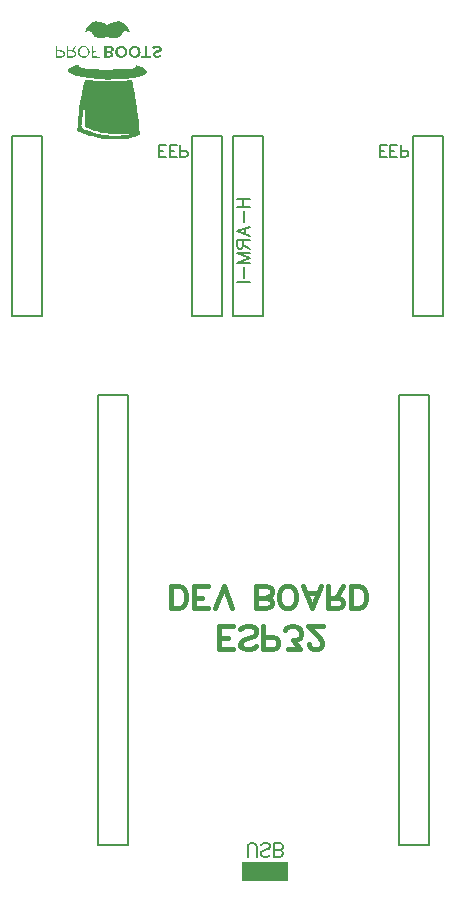
<source format=gbo>
G04 Layer: BottomSilkscreenLayer*
G04 EasyEDA v6.5.42, 2024-06-13 11:32:13*
G04 d1ebce20da0e461893040d04fa24d534,1f4b798e1f424c36b07c5063a1ef9d4e,10*
G04 Gerber Generator version 0.2*
G04 Scale: 100 percent, Rotated: No, Reflected: No *
G04 Dimensions in millimeters *
G04 leading zeros omitted , absolute positions ,4 integer and 5 decimal *
%FSLAX45Y45*%
%MOMM*%

%ADD10C,0.4000*%
%ADD11C,0.2032*%
%ADD12C,0.1524*%
%ADD13C,0.2030*%
%ADD14C,0.2030*%
%ADD15C,0.0199*%

%LPD*%
G36*
X808939Y-161036D02*
G01*
X804773Y-161340D01*
X800811Y-161950D01*
X796899Y-163017D01*
X792937Y-164439D01*
X783894Y-168656D01*
X773988Y-174040D01*
X769467Y-177088D01*
X764946Y-180492D01*
X760476Y-184302D01*
X751738Y-192786D01*
X743508Y-202336D01*
X735939Y-212598D01*
X729386Y-223316D01*
X726490Y-228701D01*
X723950Y-234137D01*
X721766Y-239521D01*
X719988Y-244856D01*
X718261Y-251358D01*
X718616Y-254355D01*
X721512Y-254254D01*
X727506Y-251510D01*
X733247Y-249275D01*
X740511Y-247446D01*
X748385Y-246176D01*
X755904Y-245719D01*
X760679Y-245922D01*
X764895Y-246634D01*
X768705Y-247853D01*
X772210Y-249783D01*
X775614Y-252475D01*
X778967Y-255981D01*
X782523Y-260502D01*
X789330Y-270306D01*
X796137Y-278841D01*
X799693Y-282956D01*
X806805Y-290068D01*
X810056Y-292912D01*
X813003Y-295097D01*
X817625Y-297688D01*
X822858Y-299821D01*
X828649Y-301548D01*
X834796Y-302768D01*
X841298Y-303580D01*
X848004Y-303987D01*
X854760Y-303987D01*
X861568Y-303530D01*
X868171Y-302717D01*
X874623Y-301548D01*
X880719Y-299974D01*
X886358Y-297992D01*
X891489Y-295706D01*
X895908Y-293065D01*
X899617Y-290118D01*
X902462Y-286816D01*
X905002Y-285445D01*
X909269Y-286105D01*
X914806Y-288645D01*
X925830Y-295910D01*
X930605Y-298500D01*
X935786Y-300634D01*
X941171Y-302310D01*
X946810Y-303631D01*
X952550Y-304495D01*
X958443Y-304952D01*
X964387Y-304952D01*
X970330Y-304596D01*
X976172Y-303784D01*
X981964Y-302564D01*
X987602Y-300990D01*
X993038Y-298958D01*
X998169Y-296519D01*
X1003046Y-293674D01*
X1007516Y-290423D01*
X1014933Y-283819D01*
X1022248Y-276047D01*
X1028649Y-268173D01*
X1038047Y-253695D01*
X1043381Y-248970D01*
X1049985Y-246481D01*
X1058519Y-245719D01*
X1065987Y-246176D01*
X1073708Y-247345D01*
X1080820Y-249123D01*
X1090930Y-253187D01*
X1094181Y-253695D01*
X1096162Y-252577D01*
X1096873Y-249885D01*
X1096264Y-245516D01*
X1094384Y-239420D01*
X1091184Y-231495D01*
X1086713Y-221691D01*
X1084122Y-216662D01*
X1081074Y-211632D01*
X1077620Y-206654D01*
X1073861Y-201777D01*
X1069848Y-197002D01*
X1061008Y-188010D01*
X1056335Y-183845D01*
X1051509Y-179933D01*
X1046632Y-176326D01*
X1041653Y-173075D01*
X1036726Y-170180D01*
X1031798Y-167690D01*
X1026921Y-165608D01*
X1022197Y-164033D01*
X1017625Y-162966D01*
X1013155Y-162356D01*
X1008176Y-162052D01*
X997051Y-162306D01*
X984808Y-163576D01*
X972007Y-165811D01*
X959103Y-168859D01*
X946658Y-172669D01*
X935126Y-177038D01*
X925068Y-181965D01*
X918971Y-185369D01*
X914196Y-187756D01*
X910336Y-189179D01*
X907034Y-189636D01*
X903833Y-189077D01*
X900379Y-187502D01*
X896264Y-184962D01*
X891133Y-181356D01*
X887272Y-179070D01*
X882243Y-176631D01*
X876249Y-174244D01*
X869492Y-171907D01*
X862228Y-169672D01*
X854608Y-167640D01*
X846886Y-165912D01*
X831392Y-163220D01*
X818641Y-161493D01*
X813511Y-161086D01*
G37*
G36*
X1027023Y-367842D02*
G01*
X1022248Y-368249D01*
X1017473Y-369112D01*
X1012748Y-370484D01*
X1007973Y-372364D01*
X1003300Y-374700D01*
X998728Y-377545D01*
X994206Y-380847D01*
X989837Y-384708D01*
X984808Y-389686D01*
X980948Y-394004D01*
X978103Y-398018D01*
X976223Y-401980D01*
X975156Y-406196D01*
X974852Y-410972D01*
X975468Y-419201D01*
X996594Y-419201D01*
X997051Y-414070D01*
X998169Y-408990D01*
X999896Y-404114D01*
X1002182Y-399542D01*
X1005027Y-395376D01*
X1008380Y-391718D01*
X1012240Y-388721D01*
X1016508Y-386384D01*
X1021232Y-384962D01*
X1026363Y-384454D01*
X1031697Y-385318D01*
X1037132Y-387705D01*
X1042466Y-391414D01*
X1047394Y-396087D01*
X1051661Y-401472D01*
X1055014Y-407263D01*
X1057249Y-413258D01*
X1058011Y-419100D01*
X1057148Y-425145D01*
X1054760Y-431647D01*
X1051204Y-437896D01*
X1046835Y-443128D01*
X1042060Y-447344D01*
X1037590Y-450443D01*
X1033271Y-452424D01*
X1029055Y-453237D01*
X1024636Y-452932D01*
X1019962Y-451561D01*
X1014780Y-449072D01*
X1008989Y-445465D01*
X1004976Y-442163D01*
X1001776Y-438302D01*
X999337Y-433933D01*
X997712Y-429259D01*
X996797Y-424281D01*
X996594Y-419201D01*
X975468Y-419201D01*
X975969Y-423367D01*
X976934Y-428853D01*
X978255Y-433984D01*
X979932Y-438759D01*
X981964Y-443179D01*
X984351Y-447293D01*
X987094Y-451104D01*
X990244Y-454609D01*
X993749Y-457758D01*
X998219Y-461111D01*
X1002842Y-463854D01*
X1007516Y-466090D01*
X1012240Y-467715D01*
X1017016Y-468884D01*
X1021791Y-469544D01*
X1026515Y-469696D01*
X1031189Y-469442D01*
X1035812Y-468680D01*
X1040333Y-467563D01*
X1044702Y-466039D01*
X1048918Y-464108D01*
X1052931Y-461822D01*
X1056741Y-459232D01*
X1060297Y-456336D01*
X1063599Y-453085D01*
X1066647Y-449580D01*
X1069340Y-445871D01*
X1071676Y-441858D01*
X1073658Y-437642D01*
X1075232Y-433273D01*
X1076350Y-428701D01*
X1077061Y-423976D01*
X1077264Y-419100D01*
X1076960Y-414121D01*
X1076147Y-409041D01*
X1074724Y-403860D01*
X1072743Y-398678D01*
X1070305Y-393649D01*
X1067511Y-389128D01*
X1064412Y-384962D01*
X1061059Y-381304D01*
X1057402Y-378002D01*
X1053541Y-375208D01*
X1049477Y-372821D01*
X1045260Y-370941D01*
X1040841Y-369468D01*
X1036319Y-368452D01*
X1031697Y-367893D01*
G37*
G36*
X1140866Y-368147D02*
G01*
X1135278Y-368198D01*
X1129792Y-368909D01*
X1124458Y-370179D01*
X1119225Y-372059D01*
X1114247Y-374548D01*
X1109522Y-377596D01*
X1105103Y-381254D01*
X1101039Y-385521D01*
X1097330Y-390296D01*
X1094028Y-395630D01*
X1091590Y-400862D01*
X1089812Y-406196D01*
X1088694Y-411632D01*
X1088186Y-417068D01*
X1088262Y-419100D01*
X1108303Y-419100D01*
X1109116Y-413105D01*
X1111351Y-407111D01*
X1114755Y-401269D01*
X1119124Y-395884D01*
X1124153Y-391261D01*
X1129639Y-387654D01*
X1135329Y-385267D01*
X1140968Y-384454D01*
X1145743Y-384860D01*
X1150112Y-386130D01*
X1154125Y-388162D01*
X1157681Y-390855D01*
X1160830Y-394106D01*
X1163472Y-397865D01*
X1165656Y-401980D01*
X1167282Y-406450D01*
X1168400Y-411124D01*
X1168908Y-416001D01*
X1168857Y-420878D01*
X1168146Y-425704D01*
X1166825Y-430479D01*
X1164793Y-435000D01*
X1162050Y-439216D01*
X1158595Y-443128D01*
X1153617Y-447243D01*
X1148232Y-450646D01*
X1143203Y-452932D01*
X1139037Y-453796D01*
X1133957Y-452882D01*
X1128725Y-450443D01*
X1123594Y-446684D01*
X1118768Y-441959D01*
X1114602Y-436575D01*
X1111300Y-430733D01*
X1109116Y-424840D01*
X1108303Y-419100D01*
X1088262Y-419100D01*
X1088390Y-422503D01*
X1089202Y-427888D01*
X1090625Y-433171D01*
X1092657Y-438404D01*
X1095349Y-443433D01*
X1098600Y-448309D01*
X1102512Y-452932D01*
X1106982Y-457250D01*
X1111859Y-461060D01*
X1116990Y-464210D01*
X1122426Y-466598D01*
X1128064Y-468325D01*
X1133805Y-469341D01*
X1139647Y-469646D01*
X1145540Y-469290D01*
X1151432Y-468172D01*
X1157224Y-466394D01*
X1162913Y-463956D01*
X1168400Y-460756D01*
X1173632Y-456895D01*
X1178052Y-453085D01*
X1181608Y-449427D01*
X1184351Y-445719D01*
X1186383Y-441756D01*
X1187805Y-437337D01*
X1188720Y-432257D01*
X1189177Y-426262D01*
X1189329Y-419100D01*
X1189177Y-411988D01*
X1188720Y-405993D01*
X1187805Y-400862D01*
X1186383Y-396443D01*
X1184351Y-392480D01*
X1181608Y-388823D01*
X1178052Y-385165D01*
X1173632Y-381304D01*
X1168450Y-377494D01*
X1163116Y-374294D01*
X1157630Y-371805D01*
X1152093Y-369976D01*
X1146454Y-368757D01*
G37*
G36*
X1328978Y-368350D02*
G01*
X1322324Y-368757D01*
X1315872Y-369570D01*
X1309725Y-370789D01*
X1304137Y-372414D01*
X1299210Y-374396D01*
X1295196Y-376682D01*
X1292301Y-379222D01*
X1290574Y-382066D01*
X1290320Y-385114D01*
X1291691Y-388366D01*
X1294587Y-391261D01*
X1298702Y-392328D01*
X1304645Y-391464D01*
X1319682Y-386892D01*
X1326083Y-385775D01*
X1332077Y-385470D01*
X1337462Y-385927D01*
X1341983Y-387146D01*
X1345488Y-389026D01*
X1347774Y-391617D01*
X1348536Y-394817D01*
X1346454Y-397865D01*
X1340764Y-402183D01*
X1332331Y-407212D01*
X1314602Y-416051D01*
X1308201Y-419963D01*
X1302918Y-424078D01*
X1298651Y-428243D01*
X1295501Y-432511D01*
X1293469Y-436829D01*
X1292504Y-441147D01*
X1292707Y-445465D01*
X1294028Y-449681D01*
X1296466Y-453796D01*
X1300124Y-457809D01*
X1304950Y-461619D01*
X1311960Y-465378D01*
X1319885Y-467715D01*
X1328978Y-468528D01*
X1339240Y-467918D01*
X1347673Y-466801D01*
X1354226Y-465632D01*
X1359052Y-464312D01*
X1362405Y-462686D01*
X1364335Y-460705D01*
X1365046Y-458216D01*
X1364691Y-455168D01*
X1363421Y-451358D01*
X1361186Y-447548D01*
X1358036Y-445922D01*
X1353362Y-446532D01*
X1340256Y-451256D01*
X1334008Y-452475D01*
X1328267Y-452729D01*
X1323746Y-451967D01*
X1319326Y-449681D01*
X1316532Y-446785D01*
X1315262Y-443484D01*
X1315567Y-440080D01*
X1317244Y-436676D01*
X1320342Y-433628D01*
X1324762Y-431088D01*
X1330401Y-429259D01*
X1337157Y-427482D01*
X1343355Y-425399D01*
X1348943Y-423011D01*
X1354023Y-420319D01*
X1358442Y-417372D01*
X1362252Y-414172D01*
X1365453Y-410819D01*
X1367993Y-407263D01*
X1369822Y-403606D01*
X1370939Y-399846D01*
X1371396Y-395986D01*
X1371092Y-392125D01*
X1370025Y-388213D01*
X1368196Y-384352D01*
X1365554Y-380542D01*
X1362100Y-376834D01*
X1358290Y-373989D01*
X1353515Y-371754D01*
X1348028Y-370078D01*
X1341983Y-369011D01*
X1335582Y-368401D01*
G37*
G36*
X476961Y-368452D02*
G01*
X475792Y-369366D01*
X474675Y-372110D01*
X473760Y-376478D01*
X472948Y-382422D01*
X471779Y-398424D01*
X471397Y-416458D01*
X507339Y-416458D01*
X516534Y-416915D01*
X524052Y-418338D01*
X529945Y-420776D01*
X534263Y-424230D01*
X536956Y-428650D01*
X538073Y-434187D01*
X537616Y-440791D01*
X535635Y-448462D01*
X532790Y-453745D01*
X527862Y-456996D01*
X519734Y-458673D01*
X507339Y-459130D01*
X482549Y-459130D01*
X482549Y-416458D01*
X471397Y-416458D01*
X471373Y-469798D01*
X498093Y-469798D01*
X505917Y-469544D01*
X513181Y-468833D01*
X519836Y-467715D01*
X525881Y-466140D01*
X531266Y-464159D01*
X536041Y-461721D01*
X540105Y-458927D01*
X543458Y-455726D01*
X546100Y-452120D01*
X548030Y-448157D01*
X549198Y-443890D01*
X549605Y-439216D01*
X549300Y-433984D01*
X548386Y-429158D01*
X546862Y-424789D01*
X544728Y-420878D01*
X541985Y-417372D01*
X538683Y-414324D01*
X534822Y-411734D01*
X530352Y-409600D01*
X525322Y-407924D01*
X519684Y-406755D01*
X513537Y-405993D01*
X498906Y-405739D01*
X492912Y-405434D01*
X488594Y-404723D01*
X485698Y-403352D01*
X483920Y-401116D01*
X483006Y-397814D01*
X482600Y-393192D01*
X482549Y-387096D01*
X482142Y-379831D01*
X480923Y-373938D01*
X479145Y-369925D01*
G37*
G36*
X571957Y-368452D02*
G01*
X570788Y-369366D01*
X569671Y-372110D01*
X568706Y-376478D01*
X567893Y-382422D01*
X566775Y-398424D01*
X566393Y-416458D01*
X602589Y-416458D01*
X615899Y-416864D01*
X623976Y-418693D01*
X628497Y-422757D01*
X631139Y-429869D01*
X632002Y-435762D01*
X631698Y-441706D01*
X630275Y-446989D01*
X627786Y-451205D01*
X623366Y-454355D01*
X616661Y-456844D01*
X608330Y-458520D01*
X599186Y-459130D01*
X592074Y-459079D01*
X586740Y-458774D01*
X582879Y-457962D01*
X580288Y-456387D01*
X578713Y-453847D01*
X577900Y-450088D01*
X577596Y-444804D01*
X577545Y-416458D01*
X566393Y-416458D01*
X566369Y-469798D01*
X594309Y-469798D01*
X600760Y-469595D01*
X606856Y-468985D01*
X612597Y-467969D01*
X617880Y-466598D01*
X622757Y-464921D01*
X627227Y-462940D01*
X631190Y-460654D01*
X634695Y-458114D01*
X637692Y-455371D01*
X640181Y-452374D01*
X642162Y-449173D01*
X643585Y-445871D01*
X644398Y-442366D01*
X644702Y-438810D01*
X644347Y-435101D01*
X643432Y-431342D01*
X641858Y-427583D01*
X639622Y-423773D01*
X636727Y-419963D01*
X633120Y-416153D01*
X621690Y-405231D01*
X633577Y-386842D01*
X637794Y-379679D01*
X640384Y-373837D01*
X641146Y-369874D01*
X639927Y-368452D01*
X636778Y-369925D01*
X632409Y-373938D01*
X627380Y-379831D01*
X615645Y-396087D01*
X609295Y-401828D01*
X602284Y-404876D01*
X593852Y-405790D01*
X585012Y-405282D01*
X580085Y-402844D01*
X578002Y-397205D01*
X577088Y-379831D01*
X575919Y-373938D01*
X574141Y-369925D01*
G37*
G36*
X708863Y-368452D02*
G01*
X703173Y-368706D01*
X697788Y-369519D01*
X692708Y-370840D01*
X687933Y-372668D01*
X683463Y-374904D01*
X679348Y-377545D01*
X675589Y-380542D01*
X672185Y-383895D01*
X669137Y-387553D01*
X666496Y-391515D01*
X664260Y-395681D01*
X662432Y-400050D01*
X661009Y-404571D01*
X659993Y-409244D01*
X659485Y-414070D01*
X659398Y-418185D01*
X672541Y-418185D01*
X672947Y-411683D01*
X674116Y-405688D01*
X675995Y-400151D01*
X678484Y-395122D01*
X681532Y-390652D01*
X685139Y-386740D01*
X689152Y-383489D01*
X693521Y-380847D01*
X698246Y-378917D01*
X703173Y-377698D01*
X708304Y-377240D01*
X713486Y-377545D01*
X718769Y-378663D01*
X724001Y-380644D01*
X729183Y-383489D01*
X734161Y-387248D01*
X737514Y-390906D01*
X740308Y-395478D01*
X742492Y-400710D01*
X744067Y-406501D01*
X745083Y-412597D01*
X745439Y-418896D01*
X745236Y-425145D01*
X744372Y-431241D01*
X742950Y-436981D01*
X740867Y-442214D01*
X738225Y-446684D01*
X734923Y-450291D01*
X729234Y-454101D01*
X722528Y-456793D01*
X715213Y-458368D01*
X707593Y-458774D01*
X700074Y-458063D01*
X693013Y-456285D01*
X686816Y-453390D01*
X681786Y-449376D01*
X678078Y-443839D01*
X675132Y-436321D01*
X673201Y-427532D01*
X672541Y-418185D01*
X659398Y-418185D01*
X659790Y-423824D01*
X660654Y-428701D01*
X662025Y-433578D01*
X663905Y-438404D01*
X666292Y-443077D01*
X669239Y-447700D01*
X672693Y-452120D01*
X676706Y-456336D01*
X683971Y-462127D01*
X691794Y-466343D01*
X700125Y-468934D01*
X708863Y-469798D01*
X713994Y-469392D01*
X719226Y-468274D01*
X724458Y-466445D01*
X729640Y-464007D01*
X734618Y-461060D01*
X739343Y-457606D01*
X743712Y-453796D01*
X747674Y-449630D01*
X751078Y-445211D01*
X753922Y-440588D01*
X756056Y-435813D01*
X757478Y-430987D01*
X758342Y-424840D01*
X758596Y-418795D01*
X758190Y-412953D01*
X757174Y-407263D01*
X755599Y-401828D01*
X753516Y-396646D01*
X750874Y-391820D01*
X747725Y-387299D01*
X744169Y-383184D01*
X740156Y-379526D01*
X735787Y-376275D01*
X731012Y-373532D01*
X725881Y-371348D01*
X720496Y-369773D01*
X714806Y-368757D01*
G37*
G36*
X784250Y-368452D02*
G01*
X783082Y-369366D01*
X781964Y-372110D01*
X781050Y-376478D01*
X780237Y-382422D01*
X779068Y-398424D01*
X778662Y-419100D01*
X778662Y-469798D01*
X823468Y-469696D01*
X830529Y-469442D01*
X836523Y-468985D01*
X841349Y-468376D01*
X845007Y-467614D01*
X847496Y-466699D01*
X848664Y-465632D01*
X848512Y-464464D01*
X845007Y-462381D01*
X837946Y-460705D01*
X828446Y-459536D01*
X817473Y-459130D01*
X789838Y-459130D01*
X789889Y-434289D01*
X790295Y-429666D01*
X791260Y-426313D01*
X793191Y-424027D01*
X796391Y-422554D01*
X801116Y-421690D01*
X807669Y-421182D01*
X842924Y-419862D01*
X789838Y-415848D01*
X789838Y-392125D01*
X789432Y-382930D01*
X788212Y-375412D01*
X786434Y-370281D01*
G37*
G36*
X879246Y-368452D02*
G01*
X879246Y-397764D01*
X901598Y-397764D01*
X902258Y-390753D01*
X904951Y-386740D01*
X910844Y-384860D01*
X921156Y-384454D01*
X931418Y-384860D01*
X937361Y-386740D01*
X940053Y-390753D01*
X940714Y-397764D01*
X940053Y-404774D01*
X937361Y-408838D01*
X931418Y-410667D01*
X921156Y-411124D01*
X910844Y-410667D01*
X904951Y-408838D01*
X902258Y-404774D01*
X901598Y-397764D01*
X879246Y-397764D01*
X879246Y-440435D01*
X901598Y-440435D01*
X902157Y-433019D01*
X904544Y-429006D01*
X910031Y-427634D01*
X919734Y-428091D01*
X928420Y-429412D01*
X934008Y-431698D01*
X937006Y-435254D01*
X937920Y-440435D01*
X937006Y-445617D01*
X934008Y-449173D01*
X928420Y-451459D01*
X919734Y-452780D01*
X910031Y-453288D01*
X904544Y-451916D01*
X902157Y-447903D01*
X901598Y-440435D01*
X879246Y-440435D01*
X879246Y-470306D01*
X922832Y-468172D01*
X930605Y-467461D01*
X937056Y-466496D01*
X942340Y-465226D01*
X946607Y-463651D01*
X950061Y-461670D01*
X952906Y-459232D01*
X955243Y-456336D01*
X958799Y-450240D01*
X959916Y-444906D01*
X958697Y-438962D01*
X951382Y-423926D01*
X950163Y-419201D01*
X951433Y-416306D01*
X955192Y-414324D01*
X958240Y-411937D01*
X960729Y-407619D01*
X962406Y-401878D01*
X963066Y-395478D01*
X962761Y-390601D01*
X961948Y-386334D01*
X960424Y-382574D01*
X958291Y-379323D01*
X955395Y-376580D01*
X951687Y-374243D01*
X947166Y-372364D01*
X941781Y-370890D01*
X935482Y-369773D01*
X928116Y-369011D01*
X919784Y-368554D01*
G37*
G36*
X1236827Y-368452D02*
G01*
X1233373Y-368655D01*
X1230731Y-369620D01*
X1228801Y-371602D01*
X1227378Y-375107D01*
X1226464Y-380390D01*
X1225956Y-387959D01*
X1225651Y-411124D01*
X1225651Y-453796D01*
X1208887Y-453796D01*
X1201521Y-454304D01*
X1196289Y-455777D01*
X1193190Y-458266D01*
X1192123Y-461772D01*
X1192580Y-463956D01*
X1194054Y-465734D01*
X1196746Y-467156D01*
X1200962Y-468223D01*
X1206855Y-468934D01*
X1214628Y-469442D01*
X1236827Y-469798D01*
X1258976Y-469442D01*
X1266799Y-468934D01*
X1272641Y-468223D01*
X1276858Y-467156D01*
X1279601Y-465734D01*
X1281074Y-463956D01*
X1281531Y-461772D01*
X1280464Y-458266D01*
X1277315Y-455777D01*
X1272082Y-454304D01*
X1264767Y-453796D01*
X1248003Y-453796D01*
X1247952Y-398018D01*
X1247698Y-387959D01*
X1247140Y-380390D01*
X1246225Y-375107D01*
X1244854Y-371602D01*
X1242872Y-369620D01*
X1240231Y-368655D01*
G37*
G36*
X656844Y-529488D02*
G01*
X648004Y-530707D01*
X639267Y-532942D01*
X628345Y-536549D01*
X616610Y-541020D01*
X605485Y-545896D01*
X599186Y-549148D01*
X593648Y-552551D01*
X588924Y-556107D01*
X585012Y-559714D01*
X581914Y-563473D01*
X579628Y-567283D01*
X578154Y-571144D01*
X577545Y-575005D01*
X577799Y-578916D01*
X578916Y-582828D01*
X580898Y-586689D01*
X583742Y-590499D01*
X587400Y-594207D01*
X591820Y-597865D01*
X597052Y-601421D01*
X602996Y-604875D01*
X609701Y-608279D01*
X617169Y-611530D01*
X625398Y-614730D01*
X634288Y-617829D01*
X643940Y-620826D01*
X654304Y-623722D01*
X665378Y-626516D01*
X689660Y-631799D01*
X716686Y-636676D01*
X746353Y-641146D01*
X778764Y-645160D01*
X813714Y-648665D01*
X851204Y-651764D01*
X878890Y-653542D01*
X898448Y-653999D01*
X921816Y-653948D01*
X947978Y-653491D01*
X983030Y-652373D01*
X1025804Y-650341D01*
X1053134Y-648665D01*
X1078280Y-646785D01*
X1109624Y-643585D01*
X1124153Y-641553D01*
X1143406Y-638403D01*
X1161034Y-635000D01*
X1176985Y-631291D01*
X1191260Y-627329D01*
X1203858Y-623163D01*
X1214678Y-618744D01*
X1223772Y-614070D01*
X1227632Y-611682D01*
X1231087Y-609193D01*
X1234084Y-606653D01*
X1236624Y-604113D01*
X1238707Y-601472D01*
X1240332Y-598830D01*
X1241450Y-596087D01*
X1242161Y-593344D01*
X1242415Y-590499D01*
X1242110Y-586587D01*
X1241298Y-582879D01*
X1239824Y-579323D01*
X1237691Y-575868D01*
X1234795Y-572516D01*
X1231188Y-569163D01*
X1226718Y-565810D01*
X1221384Y-562356D01*
X1215136Y-558850D01*
X1199692Y-551383D01*
X1168603Y-538226D01*
X1162151Y-535838D01*
X1157884Y-534873D01*
X1155242Y-535228D01*
X1153668Y-536905D01*
X1152601Y-539800D01*
X1151026Y-545439D01*
X1149197Y-548335D01*
X1146352Y-550976D01*
X1142339Y-553364D01*
X1137158Y-555599D01*
X1130604Y-557580D01*
X1122680Y-559409D01*
X1113282Y-561035D01*
X1102258Y-562508D01*
X1089609Y-563829D01*
X1058875Y-566064D01*
X1020368Y-567842D01*
X973378Y-569214D01*
X926896Y-570077D01*
X905764Y-570280D01*
X856589Y-570026D01*
X821182Y-569214D01*
X789330Y-567740D01*
X761034Y-565708D01*
X748233Y-564438D01*
X725424Y-561492D01*
X715416Y-559816D01*
X706323Y-557987D01*
X698195Y-556006D01*
X691032Y-553872D01*
X684784Y-551637D01*
X679551Y-549198D01*
X675284Y-546658D01*
X671931Y-543966D01*
X669645Y-541172D01*
X668832Y-539699D01*
X666140Y-532892D01*
X662584Y-530098D01*
G37*
G36*
X1110843Y-658266D02*
G01*
X1108608Y-658469D01*
X1104239Y-659536D01*
X1099159Y-660400D01*
X1083818Y-661924D01*
X1062482Y-663244D01*
X1036370Y-664311D01*
X1006703Y-665124D01*
X974547Y-665683D01*
X916025Y-665937D01*
X883361Y-665683D01*
X852678Y-665124D01*
X825144Y-664210D01*
X802030Y-662990D01*
X769162Y-660298D01*
X750620Y-659079D01*
X736549Y-658622D01*
X726541Y-658926D01*
X722934Y-659333D01*
X720242Y-659942D01*
X718413Y-660704D01*
X717346Y-661670D01*
X716432Y-663956D01*
X713486Y-675030D01*
X709422Y-693521D01*
X704392Y-717804D01*
X692810Y-777900D01*
X681126Y-843026D01*
X671576Y-900887D01*
X668426Y-922680D01*
X665683Y-945184D01*
X662330Y-976071D01*
X659536Y-1006398D01*
X657246Y-1038961D01*
X689660Y-1038961D01*
X690016Y-1027684D01*
X691083Y-1013612D01*
X692912Y-996289D01*
X698652Y-950366D01*
X708406Y-877824D01*
X711911Y-854202D01*
X714654Y-837641D01*
X716737Y-828090D01*
X717550Y-825957D01*
X717905Y-825550D01*
X718261Y-825601D01*
X718769Y-826922D01*
X719480Y-834898D01*
X719683Y-841451D01*
X719582Y-871524D01*
X719074Y-900176D01*
X715518Y-1054404D01*
X759155Y-1072997D01*
X769518Y-1077112D01*
X780186Y-1081024D01*
X802335Y-1088288D01*
X819607Y-1093266D01*
X837336Y-1097788D01*
X861669Y-1103172D01*
X886510Y-1107744D01*
X905510Y-1110589D01*
X931011Y-1113739D01*
X943864Y-1114958D01*
X963168Y-1116380D01*
X988872Y-1117549D01*
X1014425Y-1117854D01*
X1033373Y-1117447D01*
X1045870Y-1116888D01*
X1064361Y-1115618D01*
X1088440Y-1113078D01*
X1102207Y-1111402D01*
X1104138Y-1111910D01*
X1099718Y-1114094D01*
X1088745Y-1118412D01*
X1081887Y-1120546D01*
X1073200Y-1122426D01*
X1062939Y-1124102D01*
X1051255Y-1125575D01*
X1038453Y-1126794D01*
X1010107Y-1128522D01*
X979474Y-1129233D01*
X963828Y-1129233D01*
X948283Y-1128928D01*
X932942Y-1128369D01*
X918108Y-1127556D01*
X903884Y-1126439D01*
X890574Y-1125067D01*
X878382Y-1123391D01*
X866343Y-1121359D01*
X853389Y-1118768D01*
X825601Y-1112316D01*
X804011Y-1106678D01*
X775563Y-1098448D01*
X762050Y-1094181D01*
X737412Y-1085646D01*
X726744Y-1081532D01*
X717499Y-1077620D01*
X709879Y-1073962D01*
X704189Y-1070711D01*
X699668Y-1067612D01*
X696010Y-1064209D01*
X694537Y-1062278D01*
X693216Y-1060043D01*
X692099Y-1057554D01*
X691235Y-1054760D01*
X690524Y-1051509D01*
X689762Y-1043686D01*
X689660Y-1038961D01*
X657246Y-1038961D01*
X654202Y-1086510D01*
X702259Y-1108862D01*
X712419Y-1113231D01*
X722985Y-1117447D01*
X734009Y-1121562D01*
X757326Y-1129284D01*
X769670Y-1132941D01*
X782421Y-1136446D01*
X809244Y-1143000D01*
X837895Y-1148994D01*
X868375Y-1154430D01*
X881329Y-1156462D01*
X904138Y-1158849D01*
X916940Y-1159713D01*
X944473Y-1160780D01*
X966266Y-1161034D01*
X988466Y-1160830D01*
X1003198Y-1160475D01*
X1032002Y-1159103D01*
X1045718Y-1158189D01*
X1070965Y-1155750D01*
X1082243Y-1154277D01*
X1092454Y-1152601D01*
X1101344Y-1150772D01*
X1112418Y-1147826D01*
X1127607Y-1143101D01*
X1142542Y-1137818D01*
X1155395Y-1132687D01*
X1182420Y-1119682D01*
X1177493Y-1053439D01*
X1173378Y-1010259D01*
X1167130Y-956157D01*
X1162100Y-917752D01*
X1158392Y-891489D01*
X1151382Y-844600D01*
X1141577Y-784148D01*
X1133398Y-738022D01*
X1127150Y-705053D01*
X1122883Y-683971D01*
X1119428Y-670102D01*
X1117803Y-665480D01*
X1116228Y-662127D01*
X1114602Y-659942D01*
X1112824Y-658723D01*
G37*
D10*
X1854200Y-5475546D02*
G01*
X1854200Y-5281584D01*
X1854200Y-5475546D02*
G01*
X1974273Y-5475546D01*
X1854200Y-5383184D02*
G01*
X1928091Y-5383184D01*
X1854200Y-5281584D02*
G01*
X1974273Y-5281584D01*
X2164542Y-5447837D02*
G01*
X2146068Y-5466311D01*
X2118359Y-5475546D01*
X2081415Y-5475546D01*
X2053704Y-5466311D01*
X2035233Y-5447837D01*
X2035233Y-5429364D01*
X2044468Y-5410893D01*
X2053704Y-5401655D01*
X2072177Y-5392420D01*
X2127595Y-5373946D01*
X2146068Y-5364711D01*
X2155304Y-5355475D01*
X2164542Y-5337002D01*
X2164542Y-5309293D01*
X2146068Y-5290820D01*
X2118359Y-5281584D01*
X2081415Y-5281584D01*
X2053704Y-5290820D01*
X2035233Y-5309293D01*
X2225502Y-5475546D02*
G01*
X2225502Y-5281584D01*
X2225502Y-5475546D02*
G01*
X2308628Y-5475546D01*
X2336337Y-5466311D01*
X2345575Y-5457075D01*
X2354811Y-5438602D01*
X2354811Y-5410893D01*
X2345575Y-5392420D01*
X2336337Y-5383184D01*
X2308628Y-5373946D01*
X2225502Y-5373946D01*
X2434244Y-5475546D02*
G01*
X2535844Y-5475546D01*
X2480424Y-5401655D01*
X2508135Y-5401655D01*
X2526606Y-5392420D01*
X2535844Y-5383184D01*
X2545079Y-5355475D01*
X2545079Y-5337002D01*
X2535844Y-5309293D01*
X2517371Y-5290820D01*
X2489662Y-5281584D01*
X2461953Y-5281584D01*
X2434244Y-5290820D01*
X2425006Y-5300055D01*
X2415771Y-5318528D01*
X2615275Y-5429364D02*
G01*
X2615275Y-5438602D01*
X2624513Y-5457075D01*
X2633748Y-5466311D01*
X2652222Y-5475546D01*
X2689166Y-5475546D01*
X2707640Y-5466311D01*
X2716875Y-5457075D01*
X2726113Y-5438602D01*
X2726113Y-5420128D01*
X2716875Y-5401655D01*
X2698404Y-5373946D01*
X2606040Y-5281584D01*
X2735348Y-5281584D01*
X1447800Y-5132646D02*
G01*
X1447800Y-4938684D01*
X1447800Y-5132646D02*
G01*
X1512455Y-5132646D01*
X1540164Y-5123411D01*
X1558635Y-5104937D01*
X1567873Y-5086464D01*
X1577108Y-5058755D01*
X1577108Y-5012575D01*
X1567873Y-4984864D01*
X1558635Y-4966393D01*
X1540164Y-4947920D01*
X1512455Y-4938684D01*
X1447800Y-4938684D01*
X1638068Y-5132646D02*
G01*
X1638068Y-4938684D01*
X1638068Y-5132646D02*
G01*
X1758142Y-5132646D01*
X1638068Y-5040284D02*
G01*
X1711960Y-5040284D01*
X1638068Y-4938684D02*
G01*
X1758142Y-4938684D01*
X1819102Y-5132646D02*
G01*
X1892993Y-4938684D01*
X1966884Y-5132646D02*
G01*
X1892993Y-4938684D01*
X2170084Y-5132646D02*
G01*
X2170084Y-4938684D01*
X2170084Y-5132646D02*
G01*
X2253211Y-5132646D01*
X2280920Y-5123411D01*
X2290155Y-5114175D01*
X2299393Y-5095702D01*
X2299393Y-5077228D01*
X2290155Y-5058755D01*
X2280920Y-5049520D01*
X2253211Y-5040284D01*
X2170084Y-5040284D02*
G01*
X2253211Y-5040284D01*
X2280920Y-5031046D01*
X2290155Y-5021811D01*
X2299393Y-5003337D01*
X2299393Y-4975628D01*
X2290155Y-4957155D01*
X2280920Y-4947920D01*
X2253211Y-4938684D01*
X2170084Y-4938684D01*
X2415771Y-5132646D02*
G01*
X2397297Y-5123411D01*
X2378824Y-5104937D01*
X2369588Y-5086464D01*
X2360353Y-5058755D01*
X2360353Y-5012575D01*
X2369588Y-4984864D01*
X2378824Y-4966393D01*
X2397297Y-4947920D01*
X2415771Y-4938684D01*
X2452715Y-4938684D01*
X2471188Y-4947920D01*
X2489662Y-4966393D01*
X2498897Y-4984864D01*
X2508135Y-5012575D01*
X2508135Y-5058755D01*
X2498897Y-5086464D01*
X2489662Y-5104937D01*
X2471188Y-5123411D01*
X2452715Y-5132646D01*
X2415771Y-5132646D01*
X2642984Y-5132646D02*
G01*
X2569095Y-4938684D01*
X2642984Y-5132646D02*
G01*
X2716875Y-4938684D01*
X2596804Y-5003337D02*
G01*
X2689166Y-5003337D01*
X2777835Y-5132646D02*
G01*
X2777835Y-4938684D01*
X2777835Y-5132646D02*
G01*
X2860964Y-5132646D01*
X2888673Y-5123411D01*
X2897908Y-5114175D01*
X2907144Y-5095702D01*
X2907144Y-5077228D01*
X2897908Y-5058755D01*
X2888673Y-5049520D01*
X2860964Y-5040284D01*
X2777835Y-5040284D01*
X2842491Y-5040284D02*
G01*
X2907144Y-4938684D01*
X2968104Y-5132646D02*
G01*
X2968104Y-4938684D01*
X2968104Y-5132646D02*
G01*
X3032759Y-5132646D01*
X3060468Y-5123411D01*
X3078942Y-5104937D01*
X3088177Y-5086464D01*
X3097415Y-5058755D01*
X3097415Y-5012575D01*
X3088177Y-4984864D01*
X3078942Y-4966393D01*
X3060468Y-4947920D01*
X3032759Y-4938684D01*
X2968104Y-4938684D01*
D11*
X1346200Y-1307337D02*
G01*
X1346200Y-1211834D01*
X1346200Y-1307337D02*
G01*
X1405381Y-1307337D01*
X1346200Y-1261871D02*
G01*
X1382521Y-1261871D01*
X1346200Y-1211834D02*
G01*
X1405381Y-1211834D01*
X1435354Y-1307337D02*
G01*
X1435354Y-1211834D01*
X1435354Y-1307337D02*
G01*
X1494281Y-1307337D01*
X1435354Y-1261871D02*
G01*
X1471676Y-1261871D01*
X1435354Y-1211834D02*
G01*
X1494281Y-1211834D01*
X1524507Y-1307337D02*
G01*
X1524507Y-1211834D01*
X1524507Y-1307337D02*
G01*
X1565402Y-1307337D01*
X1578863Y-1302765D01*
X1583436Y-1298194D01*
X1588007Y-1289304D01*
X1588007Y-1275587D01*
X1583436Y-1266444D01*
X1578863Y-1261871D01*
X1565402Y-1257300D01*
X1524507Y-1257300D01*
X3213100Y-1307337D02*
G01*
X3213100Y-1211834D01*
X3213100Y-1307337D02*
G01*
X3272281Y-1307337D01*
X3213100Y-1261871D02*
G01*
X3249422Y-1261871D01*
X3213100Y-1211834D02*
G01*
X3272281Y-1211834D01*
X3302254Y-1307337D02*
G01*
X3302254Y-1211834D01*
X3302254Y-1307337D02*
G01*
X3361181Y-1307337D01*
X3302254Y-1261871D02*
G01*
X3338575Y-1261871D01*
X3302254Y-1211834D02*
G01*
X3361181Y-1211834D01*
X3391408Y-1307337D02*
G01*
X3391408Y-1211834D01*
X3391408Y-1307337D02*
G01*
X3432302Y-1307337D01*
X3445763Y-1302765D01*
X3450336Y-1298194D01*
X3454908Y-1289304D01*
X3454908Y-1275587D01*
X3450336Y-1266444D01*
X3445763Y-1261871D01*
X3432302Y-1257300D01*
X3391408Y-1257300D01*
X2095500Y-7233089D02*
G01*
X2095500Y-7151273D01*
X2100953Y-7134908D01*
X2111862Y-7123998D01*
X2128227Y-7118545D01*
X2139137Y-7118545D01*
X2155499Y-7123998D01*
X2166409Y-7134908D01*
X2171862Y-7151273D01*
X2171862Y-7233089D01*
X2284227Y-7216726D02*
G01*
X2273317Y-7227636D01*
X2256955Y-7233089D01*
X2235136Y-7233089D01*
X2218771Y-7227636D01*
X2207864Y-7216726D01*
X2207864Y-7205817D01*
X2213317Y-7194908D01*
X2218771Y-7189454D01*
X2229680Y-7183998D01*
X2262408Y-7173089D01*
X2273317Y-7167636D01*
X2278771Y-7162182D01*
X2284227Y-7151273D01*
X2284227Y-7134908D01*
X2273317Y-7123998D01*
X2256955Y-7118545D01*
X2235136Y-7118545D01*
X2218771Y-7123998D01*
X2207864Y-7134908D01*
X2320226Y-7233089D02*
G01*
X2320226Y-7118545D01*
X2320226Y-7233089D02*
G01*
X2369317Y-7233089D01*
X2385682Y-7227636D01*
X2391135Y-7222182D01*
X2396589Y-7211273D01*
X2396589Y-7200364D01*
X2391135Y-7189454D01*
X2385682Y-7183998D01*
X2369317Y-7178545D01*
X2320226Y-7178545D02*
G01*
X2369317Y-7178545D01*
X2385682Y-7173089D01*
X2391135Y-7167636D01*
X2396589Y-7156726D01*
X2396589Y-7140364D01*
X2391135Y-7129454D01*
X2385682Y-7123998D01*
X2369317Y-7118545D01*
X2320226Y-7118545D01*
D12*
X2005584Y-1663700D02*
G01*
X2114550Y-1663700D01*
X2005584Y-1736344D02*
G01*
X2114550Y-1736344D01*
X2057400Y-1663700D02*
G01*
X2057400Y-1736344D01*
X2067813Y-1770634D02*
G01*
X2067813Y-1864360D01*
X2005584Y-1940052D02*
G01*
X2114550Y-1898650D01*
X2005584Y-1940052D02*
G01*
X2114550Y-1981707D01*
X2078227Y-1914144D02*
G01*
X2078227Y-1965960D01*
X2005584Y-2015997D02*
G01*
X2114550Y-2015997D01*
X2005584Y-2015997D02*
G01*
X2005584Y-2062734D01*
X2010663Y-2078228D01*
X2015997Y-2083562D01*
X2026411Y-2088642D01*
X2036825Y-2088642D01*
X2047240Y-2083562D01*
X2052320Y-2078228D01*
X2057400Y-2062734D01*
X2057400Y-2015997D01*
X2057400Y-2052320D02*
G01*
X2114550Y-2088642D01*
X2005584Y-2122931D02*
G01*
X2114550Y-2122931D01*
X2005584Y-2122931D02*
G01*
X2114550Y-2164587D01*
X2005584Y-2205989D02*
G01*
X2114550Y-2164587D01*
X2005584Y-2205989D02*
G01*
X2114550Y-2205989D01*
X2067813Y-2240279D02*
G01*
X2067813Y-2334005D01*
X2005584Y-2368295D02*
G01*
X2114550Y-2368295D01*
D11*
X3378200Y-7137400D02*
G01*
X3378200Y-7137400D01*
X3632200Y-7137400D01*
X3632200Y-3327400D01*
X3378200Y-3327400D01*
X3378200Y-3517900D01*
D13*
X3378200Y-7137400D02*
G01*
X3378200Y-3517900D01*
D11*
X1079500Y-3327400D02*
G01*
X1079500Y-3327400D01*
X825500Y-3327400D01*
X825500Y-7137400D01*
X1079500Y-7137400D01*
X1079500Y-6946900D01*
D13*
X1079500Y-3327400D02*
G01*
X1079500Y-6946900D01*
D11*
X1625600Y-1320800D02*
G01*
X1625600Y-1130300D01*
X1879600Y-1130300D01*
X1879600Y-2654300D01*
X1625600Y-2654300D01*
D14*
X1625600Y-2654300D02*
G01*
X1625600Y-1320800D01*
D11*
X355600Y-2463800D02*
G01*
X355600Y-2654300D01*
X101600Y-2654300D01*
X101600Y-1130300D01*
X355600Y-1130300D01*
D14*
X355600Y-1130300D02*
G01*
X355600Y-2463800D01*
D11*
X2222500Y-2463800D02*
G01*
X2222500Y-2654300D01*
X1968500Y-2654300D01*
X1968500Y-1130300D01*
X2222500Y-1130300D01*
D14*
X2222500Y-1130300D02*
G01*
X2222500Y-2463800D01*
D11*
X3492500Y-1320800D02*
G01*
X3492500Y-1130300D01*
X3746500Y-1130300D01*
X3746500Y-2654300D01*
X3492500Y-2654300D01*
D14*
X3492500Y-2654300D02*
G01*
X3492500Y-1320800D01*
G36*
X2044700Y-7277100D02*
G01*
X2438400Y-7277100D01*
X2438400Y-7442200D01*
X2044700Y-7442200D01*
G37*
M02*

</source>
